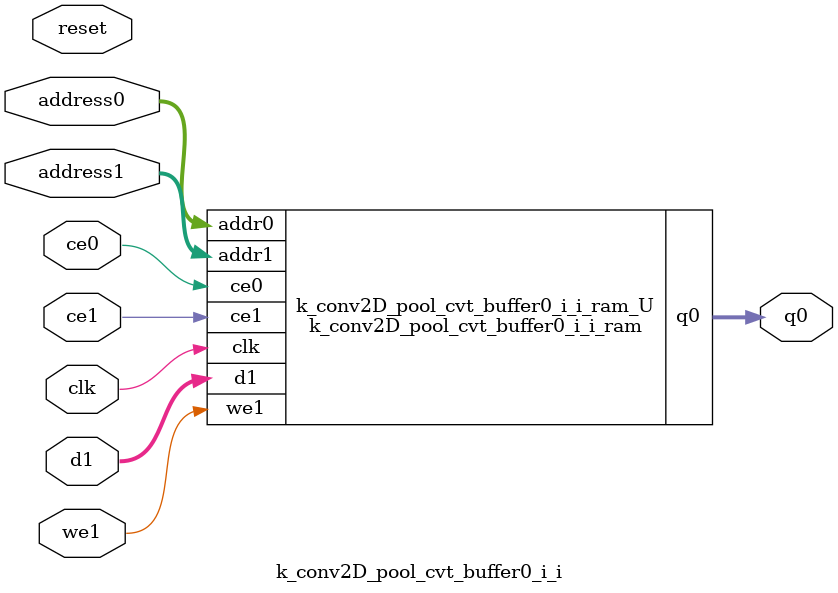
<source format=v>
`timescale 1 ns / 1 ps
module k_conv2D_pool_cvt_buffer0_i_i_ram (addr0, ce0, q0, addr1, ce1, d1, we1,  clk);

parameter DWIDTH = 128;
parameter AWIDTH = 8;
parameter MEM_SIZE = 256;

input[AWIDTH-1:0] addr0;
input ce0;
output reg[DWIDTH-1:0] q0;
input[AWIDTH-1:0] addr1;
input ce1;
input[DWIDTH-1:0] d1;
input we1;
input clk;

(* ram_style = "hls_ultra", cascade_height = 1 *)reg [DWIDTH-1:0] ram[0:MEM_SIZE-1];




always @(posedge clk)  
begin 
    if (ce0) begin
        q0 <= ram[addr0];
    end
end


always @(posedge clk)  
begin 
    if (ce1) begin
        if (we1) 
            ram[addr1] <= d1; 
    end
end


endmodule

`timescale 1 ns / 1 ps
module k_conv2D_pool_cvt_buffer0_i_i(
    reset,
    clk,
    address0,
    ce0,
    q0,
    address1,
    ce1,
    we1,
    d1);

parameter DataWidth = 32'd128;
parameter AddressRange = 32'd256;
parameter AddressWidth = 32'd8;
input reset;
input clk;
input[AddressWidth - 1:0] address0;
input ce0;
output[DataWidth - 1:0] q0;
input[AddressWidth - 1:0] address1;
input ce1;
input we1;
input[DataWidth - 1:0] d1;



k_conv2D_pool_cvt_buffer0_i_i_ram k_conv2D_pool_cvt_buffer0_i_i_ram_U(
    .clk( clk ),
    .addr0( address0 ),
    .ce0( ce0 ),
    .q0( q0 ),
    .addr1( address1 ),
    .ce1( ce1 ),
    .we1( we1 ),
    .d1( d1 ));

endmodule


</source>
